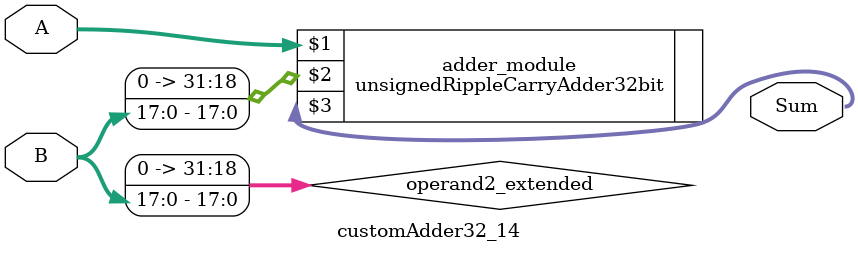
<source format=v>

module customAdder32_14(
                    input [31 : 0] A,
                    input [17 : 0] B,
                    
                    output [32 : 0] Sum
            );

    wire [31 : 0] operand2_extended;
    
    assign operand2_extended =  {14'b0, B};
    
    unsignedRippleCarryAdder32bit adder_module(
        A,
        operand2_extended,
        Sum
    );
    
endmodule
        
</source>
